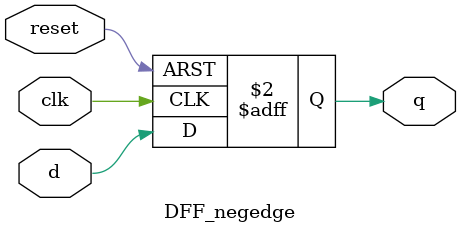
<source format=v>
`timescale 1ns / 1ps




module DFF_negedge(clk, d, q, reset);
    input clk, d, reset;
    output q;
    reg q;
    
    always @(negedge clk or posedge reset)
    begin
        if(reset)
            q <= 1'b0;
        else
            q <= d;
    end
endmodule



</source>
